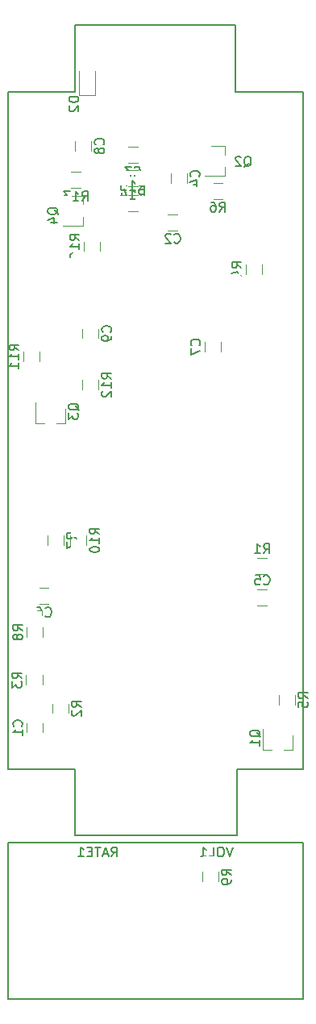
<source format=gbr>
G04 #@! TF.FileFunction,Legend,Bot*
%FSLAX46Y46*%
G04 Gerber Fmt 4.6, Leading zero omitted, Abs format (unit mm)*
G04 Created by KiCad (PCBNEW 4.0.6) date 01/08/18 00:35:12*
%MOMM*%
%LPD*%
G01*
G04 APERTURE LIST*
%ADD10C,0.100000*%
%ADD11C,0.150000*%
%ADD12C,0.120000*%
%ADD13C,2.400000*%
%ADD14C,3.400000*%
%ADD15R,2.400000X2.400000*%
%ADD16R,1.300000X1.200000*%
%ADD17O,5.400000X4.400000*%
%ADD18C,2.899360*%
%ADD19R,0.850000X1.000000*%
%ADD20R,1.200000X1.300000*%
%ADD21O,3.900000X4.400000*%
%ADD22R,3.900000X3.900000*%
%ADD23R,2.100000X2.100000*%
%ADD24O,2.100000X2.100000*%
%ADD25R,1.650000X1.900000*%
%ADD26R,1.900000X1.650000*%
%ADD27C,1.000000*%
G04 APERTURE END LIST*
D10*
D11*
X87376000Y-148336000D02*
X87376000Y-77216000D01*
X111379000Y-155321000D02*
X94361000Y-155321000D01*
X118364000Y-77216000D02*
X118364000Y-148336000D01*
X111252000Y-70231000D02*
X94361000Y-70231000D01*
X87388700Y-156108400D02*
X87388700Y-172491400D01*
X118376700Y-172491400D02*
X118376700Y-156108400D01*
X118376700Y-172491400D02*
X87388700Y-172491400D01*
X87388700Y-156108400D02*
X118376700Y-156108400D01*
X118364000Y-148336000D02*
X118364000Y-148209000D01*
X111379000Y-148336000D02*
X118364000Y-148336000D01*
X111379000Y-155321000D02*
X111379000Y-148336000D01*
X94361000Y-148336000D02*
X94361000Y-155321000D01*
X87376000Y-148336000D02*
X94361000Y-148336000D01*
X94361000Y-77216000D02*
X87376000Y-77216000D01*
X94361000Y-70231000D02*
X94361000Y-77216000D01*
X111252000Y-77216000D02*
X111252000Y-70231000D01*
X118364000Y-77216000D02*
X111252000Y-77216000D01*
D12*
X95248000Y-88145500D02*
X95248000Y-89075500D01*
X95248000Y-91305500D02*
X95248000Y-90375500D01*
X95248000Y-91305500D02*
X93088000Y-91305500D01*
X95248000Y-88145500D02*
X93788000Y-88145500D01*
X96481000Y-77573000D02*
X94781000Y-77573000D01*
X94781000Y-77573000D02*
X94781000Y-75023000D01*
X96481000Y-77573000D02*
X96481000Y-75023000D01*
X117277000Y-146302000D02*
X116347000Y-146302000D01*
X114117000Y-146302000D02*
X115047000Y-146302000D01*
X114117000Y-146302000D02*
X114117000Y-144142000D01*
X117277000Y-146302000D02*
X117277000Y-144842000D01*
X110170500Y-82938500D02*
X110170500Y-83868500D01*
X110170500Y-86098500D02*
X110170500Y-85168500D01*
X110170500Y-86098500D02*
X108010500Y-86098500D01*
X110170500Y-82938500D02*
X108710500Y-82938500D01*
X93401000Y-112012000D02*
X92471000Y-112012000D01*
X90241000Y-112012000D02*
X91171000Y-112012000D01*
X90241000Y-112012000D02*
X90241000Y-109852000D01*
X93401000Y-112012000D02*
X93401000Y-110552000D01*
X89320000Y-144518000D02*
X89320000Y-143518000D01*
X91020000Y-143518000D02*
X91020000Y-144518000D01*
X105148000Y-91782000D02*
X104148000Y-91782000D01*
X104148000Y-90082000D02*
X105148000Y-90082000D01*
X100957000Y-84733500D02*
X99957000Y-84733500D01*
X99957000Y-83033500D02*
X100957000Y-83033500D01*
X106133000Y-85796500D02*
X106133000Y-86796500D01*
X104433000Y-86796500D02*
X104433000Y-85796500D01*
X113546000Y-129452000D02*
X114546000Y-129452000D01*
X114546000Y-131152000D02*
X113546000Y-131152000D01*
X91622500Y-131025000D02*
X90622500Y-131025000D01*
X90622500Y-129325000D02*
X91622500Y-129325000D01*
X107989000Y-104513000D02*
X107989000Y-103513000D01*
X109689000Y-103513000D02*
X109689000Y-104513000D01*
X96100000Y-82431000D02*
X96100000Y-83431000D01*
X94400000Y-83431000D02*
X94400000Y-82431000D01*
X96862000Y-102116000D02*
X96862000Y-103116000D01*
X95162000Y-103116000D02*
X95162000Y-102116000D01*
X113546000Y-126150000D02*
X114546000Y-126150000D01*
X114546000Y-127850000D02*
X113546000Y-127850000D01*
X93687000Y-141486000D02*
X93687000Y-142486000D01*
X91987000Y-142486000D02*
X91987000Y-141486000D01*
X89256500Y-139501500D02*
X89256500Y-138501500D01*
X90956500Y-138501500D02*
X90956500Y-139501500D01*
X112307000Y-96385000D02*
X112307000Y-95385000D01*
X114007000Y-95385000D02*
X114007000Y-96385000D01*
X117499500Y-140597000D02*
X117499500Y-141597000D01*
X115799500Y-141597000D02*
X115799500Y-140597000D01*
X109910500Y-88480000D02*
X108910500Y-88480000D01*
X108910500Y-86780000D02*
X109910500Y-86780000D01*
X93179000Y-123833000D02*
X93179000Y-124833000D01*
X91479000Y-124833000D02*
X91479000Y-123833000D01*
X89320000Y-134485000D02*
X89320000Y-133485000D01*
X91020000Y-133485000D02*
X91020000Y-134485000D01*
X109447700Y-159164400D02*
X109447700Y-160164400D01*
X107747700Y-160164400D02*
X107747700Y-159164400D01*
X95592000Y-123833000D02*
X95592000Y-124833000D01*
X93892000Y-124833000D02*
X93892000Y-123833000D01*
X88939000Y-105529000D02*
X88939000Y-104529000D01*
X90639000Y-104529000D02*
X90639000Y-105529000D01*
X96862000Y-107513500D02*
X96862000Y-108513500D01*
X95162000Y-108513500D02*
X95162000Y-107513500D01*
X94988000Y-87337000D02*
X93988000Y-87337000D01*
X93988000Y-85637000D02*
X94988000Y-85637000D01*
X100957000Y-87146500D02*
X99957000Y-87146500D01*
X99957000Y-85446500D02*
X100957000Y-85446500D01*
X99957000Y-88050000D02*
X100957000Y-88050000D01*
X100957000Y-89750000D02*
X99957000Y-89750000D01*
X95289000Y-93972000D02*
X95289000Y-92972000D01*
X96989000Y-92972000D02*
X96989000Y-93972000D01*
D11*
X98202571Y-157551381D02*
X98535905Y-157075190D01*
X98774000Y-157551381D02*
X98774000Y-156551381D01*
X98393047Y-156551381D01*
X98297809Y-156599000D01*
X98250190Y-156646619D01*
X98202571Y-156741857D01*
X98202571Y-156884714D01*
X98250190Y-156979952D01*
X98297809Y-157027571D01*
X98393047Y-157075190D01*
X98774000Y-157075190D01*
X97821619Y-157265667D02*
X97345428Y-157265667D01*
X97916857Y-157551381D02*
X97583524Y-156551381D01*
X97250190Y-157551381D01*
X97059714Y-156551381D02*
X96488285Y-156551381D01*
X96774000Y-157551381D02*
X96774000Y-156551381D01*
X96154952Y-157027571D02*
X95821618Y-157027571D01*
X95678761Y-157551381D02*
X96154952Y-157551381D01*
X96154952Y-156551381D01*
X95678761Y-156551381D01*
X94726380Y-157551381D02*
X95297809Y-157551381D01*
X95012095Y-157551381D02*
X95012095Y-156551381D01*
X95107333Y-156694238D01*
X95202571Y-156789476D01*
X95297809Y-156837095D01*
X110958095Y-156551381D02*
X110624762Y-157551381D01*
X110291428Y-156551381D01*
X109767619Y-156551381D02*
X109577142Y-156551381D01*
X109481904Y-156599000D01*
X109386666Y-156694238D01*
X109339047Y-156884714D01*
X109339047Y-157218048D01*
X109386666Y-157408524D01*
X109481904Y-157503762D01*
X109577142Y-157551381D01*
X109767619Y-157551381D01*
X109862857Y-157503762D01*
X109958095Y-157408524D01*
X110005714Y-157218048D01*
X110005714Y-156884714D01*
X109958095Y-156694238D01*
X109862857Y-156599000D01*
X109767619Y-156551381D01*
X108434285Y-157551381D02*
X108910476Y-157551381D01*
X108910476Y-156551381D01*
X107577142Y-157551381D02*
X108148571Y-157551381D01*
X107862857Y-157551381D02*
X107862857Y-156551381D01*
X107958095Y-156694238D01*
X108053333Y-156789476D01*
X108148571Y-156837095D01*
X92622619Y-90138262D02*
X92575000Y-90043024D01*
X92479762Y-89947786D01*
X92336905Y-89804929D01*
X92289286Y-89709690D01*
X92289286Y-89614452D01*
X92527381Y-89662071D02*
X92479762Y-89566833D01*
X92384524Y-89471595D01*
X92194048Y-89423976D01*
X91860714Y-89423976D01*
X91670238Y-89471595D01*
X91575000Y-89566833D01*
X91527381Y-89662071D01*
X91527381Y-89852548D01*
X91575000Y-89947786D01*
X91670238Y-90043024D01*
X91860714Y-90090643D01*
X92194048Y-90090643D01*
X92384524Y-90043024D01*
X92479762Y-89947786D01*
X92527381Y-89852548D01*
X92527381Y-89662071D01*
X91860714Y-90947786D02*
X92527381Y-90947786D01*
X91479762Y-90709690D02*
X92194048Y-90471595D01*
X92194048Y-91090643D01*
X94762581Y-77773305D02*
X93762581Y-77773305D01*
X93762581Y-78011400D01*
X93810200Y-78154258D01*
X93905438Y-78249496D01*
X94000676Y-78297115D01*
X94191152Y-78344734D01*
X94334010Y-78344734D01*
X94524486Y-78297115D01*
X94619724Y-78249496D01*
X94714962Y-78154258D01*
X94762581Y-78011400D01*
X94762581Y-77773305D01*
X93857819Y-78725686D02*
X93810200Y-78773305D01*
X93762581Y-78868543D01*
X93762581Y-79106639D01*
X93810200Y-79201877D01*
X93857819Y-79249496D01*
X93953057Y-79297115D01*
X94048295Y-79297115D01*
X94191152Y-79249496D01*
X94762581Y-78678067D01*
X94762581Y-79297115D01*
X113857019Y-144989562D02*
X113809400Y-144894324D01*
X113714162Y-144799086D01*
X113571305Y-144656229D01*
X113523686Y-144560990D01*
X113523686Y-144465752D01*
X113761781Y-144513371D02*
X113714162Y-144418133D01*
X113618924Y-144322895D01*
X113428448Y-144275276D01*
X113095114Y-144275276D01*
X112904638Y-144322895D01*
X112809400Y-144418133D01*
X112761781Y-144513371D01*
X112761781Y-144703848D01*
X112809400Y-144799086D01*
X112904638Y-144894324D01*
X113095114Y-144941943D01*
X113428448Y-144941943D01*
X113618924Y-144894324D01*
X113714162Y-144799086D01*
X113761781Y-144703848D01*
X113761781Y-144513371D01*
X113761781Y-145894324D02*
X113761781Y-145322895D01*
X113761781Y-145608609D02*
X112761781Y-145608609D01*
X112904638Y-145513371D01*
X112999876Y-145418133D01*
X113047495Y-145322895D01*
X112147338Y-85116919D02*
X112242576Y-85069300D01*
X112337814Y-84974062D01*
X112480671Y-84831205D01*
X112575910Y-84783586D01*
X112671148Y-84783586D01*
X112623529Y-85021681D02*
X112718767Y-84974062D01*
X112814005Y-84878824D01*
X112861624Y-84688348D01*
X112861624Y-84355014D01*
X112814005Y-84164538D01*
X112718767Y-84069300D01*
X112623529Y-84021681D01*
X112433052Y-84021681D01*
X112337814Y-84069300D01*
X112242576Y-84164538D01*
X112194957Y-84355014D01*
X112194957Y-84688348D01*
X112242576Y-84878824D01*
X112337814Y-84974062D01*
X112433052Y-85021681D01*
X112623529Y-85021681D01*
X111814005Y-84116919D02*
X111766386Y-84069300D01*
X111671148Y-84021681D01*
X111433052Y-84021681D01*
X111337814Y-84069300D01*
X111290195Y-84116919D01*
X111242576Y-84212157D01*
X111242576Y-84307395D01*
X111290195Y-84450252D01*
X111861624Y-85021681D01*
X111242576Y-85021681D01*
X94807019Y-110699562D02*
X94759400Y-110604324D01*
X94664162Y-110509086D01*
X94521305Y-110366229D01*
X94473686Y-110270990D01*
X94473686Y-110175752D01*
X94711781Y-110223371D02*
X94664162Y-110128133D01*
X94568924Y-110032895D01*
X94378448Y-109985276D01*
X94045114Y-109985276D01*
X93854638Y-110032895D01*
X93759400Y-110128133D01*
X93711781Y-110223371D01*
X93711781Y-110413848D01*
X93759400Y-110509086D01*
X93854638Y-110604324D01*
X94045114Y-110651943D01*
X94378448Y-110651943D01*
X94568924Y-110604324D01*
X94664162Y-110509086D01*
X94711781Y-110413848D01*
X94711781Y-110223371D01*
X93711781Y-110985276D02*
X93711781Y-111604324D01*
X94092733Y-111270990D01*
X94092733Y-111413848D01*
X94140352Y-111509086D01*
X94187971Y-111556705D01*
X94283210Y-111604324D01*
X94521305Y-111604324D01*
X94616543Y-111556705D01*
X94664162Y-111509086D01*
X94711781Y-111413848D01*
X94711781Y-111128133D01*
X94664162Y-111032895D01*
X94616543Y-110985276D01*
X88777143Y-143851334D02*
X88824762Y-143803715D01*
X88872381Y-143660858D01*
X88872381Y-143565620D01*
X88824762Y-143422762D01*
X88729524Y-143327524D01*
X88634286Y-143279905D01*
X88443810Y-143232286D01*
X88300952Y-143232286D01*
X88110476Y-143279905D01*
X88015238Y-143327524D01*
X87920000Y-143422762D01*
X87872381Y-143565620D01*
X87872381Y-143660858D01*
X87920000Y-143803715D01*
X87967619Y-143851334D01*
X88872381Y-144803715D02*
X88872381Y-144232286D01*
X88872381Y-144518000D02*
X87872381Y-144518000D01*
X88015238Y-144422762D01*
X88110476Y-144327524D01*
X88158095Y-144232286D01*
X104814666Y-93039143D02*
X104862285Y-93086762D01*
X105005142Y-93134381D01*
X105100380Y-93134381D01*
X105243238Y-93086762D01*
X105338476Y-92991524D01*
X105386095Y-92896286D01*
X105433714Y-92705810D01*
X105433714Y-92562952D01*
X105386095Y-92372476D01*
X105338476Y-92277238D01*
X105243238Y-92182000D01*
X105100380Y-92134381D01*
X105005142Y-92134381D01*
X104862285Y-92182000D01*
X104814666Y-92229619D01*
X104433714Y-92229619D02*
X104386095Y-92182000D01*
X104290857Y-92134381D01*
X104052761Y-92134381D01*
X103957523Y-92182000D01*
X103909904Y-92229619D01*
X103862285Y-92324857D01*
X103862285Y-92420095D01*
X103909904Y-92562952D01*
X104481333Y-93134381D01*
X103862285Y-93134381D01*
X100623666Y-85990643D02*
X100671285Y-86038262D01*
X100814142Y-86085881D01*
X100909380Y-86085881D01*
X101052238Y-86038262D01*
X101147476Y-85943024D01*
X101195095Y-85847786D01*
X101242714Y-85657310D01*
X101242714Y-85514452D01*
X101195095Y-85323976D01*
X101147476Y-85228738D01*
X101052238Y-85133500D01*
X100909380Y-85085881D01*
X100814142Y-85085881D01*
X100671285Y-85133500D01*
X100623666Y-85181119D01*
X100290333Y-85085881D02*
X99671285Y-85085881D01*
X100004619Y-85466833D01*
X99861761Y-85466833D01*
X99766523Y-85514452D01*
X99718904Y-85562071D01*
X99671285Y-85657310D01*
X99671285Y-85895405D01*
X99718904Y-85990643D01*
X99766523Y-86038262D01*
X99861761Y-86085881D01*
X100147476Y-86085881D01*
X100242714Y-86038262D01*
X100290333Y-85990643D01*
X107390143Y-86129834D02*
X107437762Y-86082215D01*
X107485381Y-85939358D01*
X107485381Y-85844120D01*
X107437762Y-85701262D01*
X107342524Y-85606024D01*
X107247286Y-85558405D01*
X107056810Y-85510786D01*
X106913952Y-85510786D01*
X106723476Y-85558405D01*
X106628238Y-85606024D01*
X106533000Y-85701262D01*
X106485381Y-85844120D01*
X106485381Y-85939358D01*
X106533000Y-86082215D01*
X106580619Y-86129834D01*
X106818714Y-86986977D02*
X107485381Y-86986977D01*
X106437762Y-86748881D02*
X107152048Y-86510786D01*
X107152048Y-87129834D01*
X114212666Y-128909143D02*
X114260285Y-128956762D01*
X114403142Y-129004381D01*
X114498380Y-129004381D01*
X114641238Y-128956762D01*
X114736476Y-128861524D01*
X114784095Y-128766286D01*
X114831714Y-128575810D01*
X114831714Y-128432952D01*
X114784095Y-128242476D01*
X114736476Y-128147238D01*
X114641238Y-128052000D01*
X114498380Y-128004381D01*
X114403142Y-128004381D01*
X114260285Y-128052000D01*
X114212666Y-128099619D01*
X113307904Y-128004381D02*
X113784095Y-128004381D01*
X113831714Y-128480571D01*
X113784095Y-128432952D01*
X113688857Y-128385333D01*
X113450761Y-128385333D01*
X113355523Y-128432952D01*
X113307904Y-128480571D01*
X113260285Y-128575810D01*
X113260285Y-128813905D01*
X113307904Y-128909143D01*
X113355523Y-128956762D01*
X113450761Y-129004381D01*
X113688857Y-129004381D01*
X113784095Y-128956762D01*
X113831714Y-128909143D01*
X91289166Y-132282143D02*
X91336785Y-132329762D01*
X91479642Y-132377381D01*
X91574880Y-132377381D01*
X91717738Y-132329762D01*
X91812976Y-132234524D01*
X91860595Y-132139286D01*
X91908214Y-131948810D01*
X91908214Y-131805952D01*
X91860595Y-131615476D01*
X91812976Y-131520238D01*
X91717738Y-131425000D01*
X91574880Y-131377381D01*
X91479642Y-131377381D01*
X91336785Y-131425000D01*
X91289166Y-131472619D01*
X90432023Y-131377381D02*
X90622500Y-131377381D01*
X90717738Y-131425000D01*
X90765357Y-131472619D01*
X90860595Y-131615476D01*
X90908214Y-131805952D01*
X90908214Y-132186905D01*
X90860595Y-132282143D01*
X90812976Y-132329762D01*
X90717738Y-132377381D01*
X90527261Y-132377381D01*
X90432023Y-132329762D01*
X90384404Y-132282143D01*
X90336785Y-132186905D01*
X90336785Y-131948810D01*
X90384404Y-131853571D01*
X90432023Y-131805952D01*
X90527261Y-131758333D01*
X90717738Y-131758333D01*
X90812976Y-131805952D01*
X90860595Y-131853571D01*
X90908214Y-131948810D01*
X107446143Y-103846334D02*
X107493762Y-103798715D01*
X107541381Y-103655858D01*
X107541381Y-103560620D01*
X107493762Y-103417762D01*
X107398524Y-103322524D01*
X107303286Y-103274905D01*
X107112810Y-103227286D01*
X106969952Y-103227286D01*
X106779476Y-103274905D01*
X106684238Y-103322524D01*
X106589000Y-103417762D01*
X106541381Y-103560620D01*
X106541381Y-103655858D01*
X106589000Y-103798715D01*
X106636619Y-103846334D01*
X106541381Y-104179667D02*
X106541381Y-104846334D01*
X107541381Y-104417762D01*
X97357143Y-82764334D02*
X97404762Y-82716715D01*
X97452381Y-82573858D01*
X97452381Y-82478620D01*
X97404762Y-82335762D01*
X97309524Y-82240524D01*
X97214286Y-82192905D01*
X97023810Y-82145286D01*
X96880952Y-82145286D01*
X96690476Y-82192905D01*
X96595238Y-82240524D01*
X96500000Y-82335762D01*
X96452381Y-82478620D01*
X96452381Y-82573858D01*
X96500000Y-82716715D01*
X96547619Y-82764334D01*
X96880952Y-83335762D02*
X96833333Y-83240524D01*
X96785714Y-83192905D01*
X96690476Y-83145286D01*
X96642857Y-83145286D01*
X96547619Y-83192905D01*
X96500000Y-83240524D01*
X96452381Y-83335762D01*
X96452381Y-83526239D01*
X96500000Y-83621477D01*
X96547619Y-83669096D01*
X96642857Y-83716715D01*
X96690476Y-83716715D01*
X96785714Y-83669096D01*
X96833333Y-83621477D01*
X96880952Y-83526239D01*
X96880952Y-83335762D01*
X96928571Y-83240524D01*
X96976190Y-83192905D01*
X97071429Y-83145286D01*
X97261905Y-83145286D01*
X97357143Y-83192905D01*
X97404762Y-83240524D01*
X97452381Y-83335762D01*
X97452381Y-83526239D01*
X97404762Y-83621477D01*
X97357143Y-83669096D01*
X97261905Y-83716715D01*
X97071429Y-83716715D01*
X96976190Y-83669096D01*
X96928571Y-83621477D01*
X96880952Y-83526239D01*
X98119143Y-102449334D02*
X98166762Y-102401715D01*
X98214381Y-102258858D01*
X98214381Y-102163620D01*
X98166762Y-102020762D01*
X98071524Y-101925524D01*
X97976286Y-101877905D01*
X97785810Y-101830286D01*
X97642952Y-101830286D01*
X97452476Y-101877905D01*
X97357238Y-101925524D01*
X97262000Y-102020762D01*
X97214381Y-102163620D01*
X97214381Y-102258858D01*
X97262000Y-102401715D01*
X97309619Y-102449334D01*
X98214381Y-102925524D02*
X98214381Y-103116000D01*
X98166762Y-103211239D01*
X98119143Y-103258858D01*
X97976286Y-103354096D01*
X97785810Y-103401715D01*
X97404857Y-103401715D01*
X97309619Y-103354096D01*
X97262000Y-103306477D01*
X97214381Y-103211239D01*
X97214381Y-103020762D01*
X97262000Y-102925524D01*
X97309619Y-102877905D01*
X97404857Y-102830286D01*
X97642952Y-102830286D01*
X97738190Y-102877905D01*
X97785810Y-102925524D01*
X97833429Y-103020762D01*
X97833429Y-103211239D01*
X97785810Y-103306477D01*
X97738190Y-103354096D01*
X97642952Y-103401715D01*
X114212666Y-125702381D02*
X114546000Y-125226190D01*
X114784095Y-125702381D02*
X114784095Y-124702381D01*
X114403142Y-124702381D01*
X114307904Y-124750000D01*
X114260285Y-124797619D01*
X114212666Y-124892857D01*
X114212666Y-125035714D01*
X114260285Y-125130952D01*
X114307904Y-125178571D01*
X114403142Y-125226190D01*
X114784095Y-125226190D01*
X113260285Y-125702381D02*
X113831714Y-125702381D01*
X113546000Y-125702381D02*
X113546000Y-124702381D01*
X113641238Y-124845238D01*
X113736476Y-124940476D01*
X113831714Y-124988095D01*
X95039381Y-141819334D02*
X94563190Y-141486000D01*
X95039381Y-141247905D02*
X94039381Y-141247905D01*
X94039381Y-141628858D01*
X94087000Y-141724096D01*
X94134619Y-141771715D01*
X94229857Y-141819334D01*
X94372714Y-141819334D01*
X94467952Y-141771715D01*
X94515571Y-141724096D01*
X94563190Y-141628858D01*
X94563190Y-141247905D01*
X94134619Y-142200286D02*
X94087000Y-142247905D01*
X94039381Y-142343143D01*
X94039381Y-142581239D01*
X94087000Y-142676477D01*
X94134619Y-142724096D01*
X94229857Y-142771715D01*
X94325095Y-142771715D01*
X94467952Y-142724096D01*
X95039381Y-142152667D01*
X95039381Y-142771715D01*
X88808881Y-138834834D02*
X88332690Y-138501500D01*
X88808881Y-138263405D02*
X87808881Y-138263405D01*
X87808881Y-138644358D01*
X87856500Y-138739596D01*
X87904119Y-138787215D01*
X87999357Y-138834834D01*
X88142214Y-138834834D01*
X88237452Y-138787215D01*
X88285071Y-138739596D01*
X88332690Y-138644358D01*
X88332690Y-138263405D01*
X87808881Y-139168167D02*
X87808881Y-139787215D01*
X88189833Y-139453881D01*
X88189833Y-139596739D01*
X88237452Y-139691977D01*
X88285071Y-139739596D01*
X88380310Y-139787215D01*
X88618405Y-139787215D01*
X88713643Y-139739596D01*
X88761262Y-139691977D01*
X88808881Y-139596739D01*
X88808881Y-139311024D01*
X88761262Y-139215786D01*
X88713643Y-139168167D01*
X111859381Y-95718334D02*
X111383190Y-95385000D01*
X111859381Y-95146905D02*
X110859381Y-95146905D01*
X110859381Y-95527858D01*
X110907000Y-95623096D01*
X110954619Y-95670715D01*
X111049857Y-95718334D01*
X111192714Y-95718334D01*
X111287952Y-95670715D01*
X111335571Y-95623096D01*
X111383190Y-95527858D01*
X111383190Y-95146905D01*
X111192714Y-96575477D02*
X111859381Y-96575477D01*
X110811762Y-96337381D02*
X111526048Y-96099286D01*
X111526048Y-96718334D01*
X118851881Y-140930334D02*
X118375690Y-140597000D01*
X118851881Y-140358905D02*
X117851881Y-140358905D01*
X117851881Y-140739858D01*
X117899500Y-140835096D01*
X117947119Y-140882715D01*
X118042357Y-140930334D01*
X118185214Y-140930334D01*
X118280452Y-140882715D01*
X118328071Y-140835096D01*
X118375690Y-140739858D01*
X118375690Y-140358905D01*
X117851881Y-141835096D02*
X117851881Y-141358905D01*
X118328071Y-141311286D01*
X118280452Y-141358905D01*
X118232833Y-141454143D01*
X118232833Y-141692239D01*
X118280452Y-141787477D01*
X118328071Y-141835096D01*
X118423310Y-141882715D01*
X118661405Y-141882715D01*
X118756643Y-141835096D01*
X118804262Y-141787477D01*
X118851881Y-141692239D01*
X118851881Y-141454143D01*
X118804262Y-141358905D01*
X118756643Y-141311286D01*
X109577166Y-89832381D02*
X109910500Y-89356190D01*
X110148595Y-89832381D02*
X110148595Y-88832381D01*
X109767642Y-88832381D01*
X109672404Y-88880000D01*
X109624785Y-88927619D01*
X109577166Y-89022857D01*
X109577166Y-89165714D01*
X109624785Y-89260952D01*
X109672404Y-89308571D01*
X109767642Y-89356190D01*
X110148595Y-89356190D01*
X108720023Y-88832381D02*
X108910500Y-88832381D01*
X109005738Y-88880000D01*
X109053357Y-88927619D01*
X109148595Y-89070476D01*
X109196214Y-89260952D01*
X109196214Y-89641905D01*
X109148595Y-89737143D01*
X109100976Y-89784762D01*
X109005738Y-89832381D01*
X108815261Y-89832381D01*
X108720023Y-89784762D01*
X108672404Y-89737143D01*
X108624785Y-89641905D01*
X108624785Y-89403810D01*
X108672404Y-89308571D01*
X108720023Y-89260952D01*
X108815261Y-89213333D01*
X109005738Y-89213333D01*
X109100976Y-89260952D01*
X109148595Y-89308571D01*
X109196214Y-89403810D01*
X94531381Y-124166334D02*
X94055190Y-123833000D01*
X94531381Y-123594905D02*
X93531381Y-123594905D01*
X93531381Y-123975858D01*
X93579000Y-124071096D01*
X93626619Y-124118715D01*
X93721857Y-124166334D01*
X93864714Y-124166334D01*
X93959952Y-124118715D01*
X94007571Y-124071096D01*
X94055190Y-123975858D01*
X94055190Y-123594905D01*
X93531381Y-124499667D02*
X93531381Y-125166334D01*
X94531381Y-124737762D01*
X88872381Y-133818334D02*
X88396190Y-133485000D01*
X88872381Y-133246905D02*
X87872381Y-133246905D01*
X87872381Y-133627858D01*
X87920000Y-133723096D01*
X87967619Y-133770715D01*
X88062857Y-133818334D01*
X88205714Y-133818334D01*
X88300952Y-133770715D01*
X88348571Y-133723096D01*
X88396190Y-133627858D01*
X88396190Y-133246905D01*
X88300952Y-134389762D02*
X88253333Y-134294524D01*
X88205714Y-134246905D01*
X88110476Y-134199286D01*
X88062857Y-134199286D01*
X87967619Y-134246905D01*
X87920000Y-134294524D01*
X87872381Y-134389762D01*
X87872381Y-134580239D01*
X87920000Y-134675477D01*
X87967619Y-134723096D01*
X88062857Y-134770715D01*
X88110476Y-134770715D01*
X88205714Y-134723096D01*
X88253333Y-134675477D01*
X88300952Y-134580239D01*
X88300952Y-134389762D01*
X88348571Y-134294524D01*
X88396190Y-134246905D01*
X88491429Y-134199286D01*
X88681905Y-134199286D01*
X88777143Y-134246905D01*
X88824762Y-134294524D01*
X88872381Y-134389762D01*
X88872381Y-134580239D01*
X88824762Y-134675477D01*
X88777143Y-134723096D01*
X88681905Y-134770715D01*
X88491429Y-134770715D01*
X88396190Y-134723096D01*
X88348571Y-134675477D01*
X88300952Y-134580239D01*
X110800081Y-159497734D02*
X110323890Y-159164400D01*
X110800081Y-158926305D02*
X109800081Y-158926305D01*
X109800081Y-159307258D01*
X109847700Y-159402496D01*
X109895319Y-159450115D01*
X109990557Y-159497734D01*
X110133414Y-159497734D01*
X110228652Y-159450115D01*
X110276271Y-159402496D01*
X110323890Y-159307258D01*
X110323890Y-158926305D01*
X110800081Y-159973924D02*
X110800081Y-160164400D01*
X110752462Y-160259639D01*
X110704843Y-160307258D01*
X110561986Y-160402496D01*
X110371510Y-160450115D01*
X109990557Y-160450115D01*
X109895319Y-160402496D01*
X109847700Y-160354877D01*
X109800081Y-160259639D01*
X109800081Y-160069162D01*
X109847700Y-159973924D01*
X109895319Y-159926305D01*
X109990557Y-159878686D01*
X110228652Y-159878686D01*
X110323890Y-159926305D01*
X110371510Y-159973924D01*
X110419129Y-160069162D01*
X110419129Y-160259639D01*
X110371510Y-160354877D01*
X110323890Y-160402496D01*
X110228652Y-160450115D01*
X96944381Y-123690143D02*
X96468190Y-123356809D01*
X96944381Y-123118714D02*
X95944381Y-123118714D01*
X95944381Y-123499667D01*
X95992000Y-123594905D01*
X96039619Y-123642524D01*
X96134857Y-123690143D01*
X96277714Y-123690143D01*
X96372952Y-123642524D01*
X96420571Y-123594905D01*
X96468190Y-123499667D01*
X96468190Y-123118714D01*
X96944381Y-124642524D02*
X96944381Y-124071095D01*
X96944381Y-124356809D02*
X95944381Y-124356809D01*
X96087238Y-124261571D01*
X96182476Y-124166333D01*
X96230095Y-124071095D01*
X95944381Y-125261571D02*
X95944381Y-125356810D01*
X95992000Y-125452048D01*
X96039619Y-125499667D01*
X96134857Y-125547286D01*
X96325333Y-125594905D01*
X96563429Y-125594905D01*
X96753905Y-125547286D01*
X96849143Y-125499667D01*
X96896762Y-125452048D01*
X96944381Y-125356810D01*
X96944381Y-125261571D01*
X96896762Y-125166333D01*
X96849143Y-125118714D01*
X96753905Y-125071095D01*
X96563429Y-125023476D01*
X96325333Y-125023476D01*
X96134857Y-125071095D01*
X96039619Y-125118714D01*
X95992000Y-125166333D01*
X95944381Y-125261571D01*
X88491381Y-104386143D02*
X88015190Y-104052809D01*
X88491381Y-103814714D02*
X87491381Y-103814714D01*
X87491381Y-104195667D01*
X87539000Y-104290905D01*
X87586619Y-104338524D01*
X87681857Y-104386143D01*
X87824714Y-104386143D01*
X87919952Y-104338524D01*
X87967571Y-104290905D01*
X88015190Y-104195667D01*
X88015190Y-103814714D01*
X88491381Y-105338524D02*
X88491381Y-104767095D01*
X88491381Y-105052809D02*
X87491381Y-105052809D01*
X87634238Y-104957571D01*
X87729476Y-104862333D01*
X87777095Y-104767095D01*
X88491381Y-106290905D02*
X88491381Y-105719476D01*
X88491381Y-106005190D02*
X87491381Y-106005190D01*
X87634238Y-105909952D01*
X87729476Y-105814714D01*
X87777095Y-105719476D01*
X98214381Y-107370643D02*
X97738190Y-107037309D01*
X98214381Y-106799214D02*
X97214381Y-106799214D01*
X97214381Y-107180167D01*
X97262000Y-107275405D01*
X97309619Y-107323024D01*
X97404857Y-107370643D01*
X97547714Y-107370643D01*
X97642952Y-107323024D01*
X97690571Y-107275405D01*
X97738190Y-107180167D01*
X97738190Y-106799214D01*
X98214381Y-108323024D02*
X98214381Y-107751595D01*
X98214381Y-108037309D02*
X97214381Y-108037309D01*
X97357238Y-107942071D01*
X97452476Y-107846833D01*
X97500095Y-107751595D01*
X97309619Y-108703976D02*
X97262000Y-108751595D01*
X97214381Y-108846833D01*
X97214381Y-109084929D01*
X97262000Y-109180167D01*
X97309619Y-109227786D01*
X97404857Y-109275405D01*
X97500095Y-109275405D01*
X97642952Y-109227786D01*
X98214381Y-108656357D01*
X98214381Y-109275405D01*
X95130857Y-88689381D02*
X95464191Y-88213190D01*
X95702286Y-88689381D02*
X95702286Y-87689381D01*
X95321333Y-87689381D01*
X95226095Y-87737000D01*
X95178476Y-87784619D01*
X95130857Y-87879857D01*
X95130857Y-88022714D01*
X95178476Y-88117952D01*
X95226095Y-88165571D01*
X95321333Y-88213190D01*
X95702286Y-88213190D01*
X94178476Y-88689381D02*
X94749905Y-88689381D01*
X94464191Y-88689381D02*
X94464191Y-87689381D01*
X94559429Y-87832238D01*
X94654667Y-87927476D01*
X94749905Y-87975095D01*
X93845143Y-87689381D02*
X93226095Y-87689381D01*
X93559429Y-88070333D01*
X93416571Y-88070333D01*
X93321333Y-88117952D01*
X93273714Y-88165571D01*
X93226095Y-88260810D01*
X93226095Y-88498905D01*
X93273714Y-88594143D01*
X93321333Y-88641762D01*
X93416571Y-88689381D01*
X93702286Y-88689381D01*
X93797524Y-88641762D01*
X93845143Y-88594143D01*
X101099857Y-88498881D02*
X101433191Y-88022690D01*
X101671286Y-88498881D02*
X101671286Y-87498881D01*
X101290333Y-87498881D01*
X101195095Y-87546500D01*
X101147476Y-87594119D01*
X101099857Y-87689357D01*
X101099857Y-87832214D01*
X101147476Y-87927452D01*
X101195095Y-87975071D01*
X101290333Y-88022690D01*
X101671286Y-88022690D01*
X100147476Y-88498881D02*
X100718905Y-88498881D01*
X100433191Y-88498881D02*
X100433191Y-87498881D01*
X100528429Y-87641738D01*
X100623667Y-87736976D01*
X100718905Y-87784595D01*
X99290333Y-87832214D02*
X99290333Y-88498881D01*
X99528429Y-87451262D02*
X99766524Y-88165548D01*
X99147476Y-88165548D01*
X101099857Y-87602381D02*
X101433191Y-87126190D01*
X101671286Y-87602381D02*
X101671286Y-86602381D01*
X101290333Y-86602381D01*
X101195095Y-86650000D01*
X101147476Y-86697619D01*
X101099857Y-86792857D01*
X101099857Y-86935714D01*
X101147476Y-87030952D01*
X101195095Y-87078571D01*
X101290333Y-87126190D01*
X101671286Y-87126190D01*
X100147476Y-87602381D02*
X100718905Y-87602381D01*
X100433191Y-87602381D02*
X100433191Y-86602381D01*
X100528429Y-86745238D01*
X100623667Y-86840476D01*
X100718905Y-86888095D01*
X99242714Y-86602381D02*
X99718905Y-86602381D01*
X99766524Y-87078571D01*
X99718905Y-87030952D01*
X99623667Y-86983333D01*
X99385571Y-86983333D01*
X99290333Y-87030952D01*
X99242714Y-87078571D01*
X99195095Y-87173810D01*
X99195095Y-87411905D01*
X99242714Y-87507143D01*
X99290333Y-87554762D01*
X99385571Y-87602381D01*
X99623667Y-87602381D01*
X99718905Y-87554762D01*
X99766524Y-87507143D01*
X94841381Y-92829143D02*
X94365190Y-92495809D01*
X94841381Y-92257714D02*
X93841381Y-92257714D01*
X93841381Y-92638667D01*
X93889000Y-92733905D01*
X93936619Y-92781524D01*
X94031857Y-92829143D01*
X94174714Y-92829143D01*
X94269952Y-92781524D01*
X94317571Y-92733905D01*
X94365190Y-92638667D01*
X94365190Y-92257714D01*
X94841381Y-93781524D02*
X94841381Y-93210095D01*
X94841381Y-93495809D02*
X93841381Y-93495809D01*
X93984238Y-93400571D01*
X94079476Y-93305333D01*
X94127095Y-93210095D01*
X93841381Y-94638667D02*
X93841381Y-94448190D01*
X93889000Y-94352952D01*
X93936619Y-94305333D01*
X94079476Y-94210095D01*
X94269952Y-94162476D01*
X94650905Y-94162476D01*
X94746143Y-94210095D01*
X94793762Y-94257714D01*
X94841381Y-94352952D01*
X94841381Y-94543429D01*
X94793762Y-94638667D01*
X94746143Y-94686286D01*
X94650905Y-94733905D01*
X94412810Y-94733905D01*
X94317571Y-94686286D01*
X94269952Y-94638667D01*
X94222333Y-94543429D01*
X94222333Y-94352952D01*
X94269952Y-94257714D01*
X94317571Y-94210095D01*
X94412810Y-94162476D01*
%LPC*%
D13*
X94326700Y-169316400D03*
X96826700Y-169316400D03*
X99326700Y-169316400D03*
D14*
X92426700Y-162316400D03*
X101226700Y-162316400D03*
D15*
X102882700Y-169062400D03*
D13*
X102882700Y-166522400D03*
X106391700Y-169316400D03*
X108891700Y-169316400D03*
X111391700Y-169316400D03*
D14*
X104491700Y-162316400D03*
X113291700Y-162316400D03*
D16*
X93488000Y-90675500D03*
X93488000Y-88775500D03*
X95488000Y-89725500D03*
D17*
X100434000Y-134492000D03*
X100434000Y-118492000D03*
X113434000Y-118492000D03*
X113411000Y-134492000D03*
X105306000Y-99696000D03*
X105306000Y-115696000D03*
X92306000Y-115696000D03*
X92329000Y-99696000D03*
D18*
X110871000Y-79502000D03*
D19*
X95631000Y-77123000D03*
X95631000Y-75023000D03*
D20*
X114747000Y-144542000D03*
X116647000Y-144542000D03*
X115697000Y-146542000D03*
D16*
X108410500Y-85468500D03*
X108410500Y-83568500D03*
X110410500Y-84518500D03*
D20*
X90871000Y-110252000D03*
X92771000Y-110252000D03*
X91821000Y-112252000D03*
D21*
X98270000Y-150661000D03*
X98270000Y-145161000D03*
X98270000Y-139661000D03*
X102870000Y-150661000D03*
X102870000Y-145161000D03*
X102870000Y-139661000D03*
X107470000Y-150661000D03*
X107470000Y-145161000D03*
X107470000Y-139661000D03*
D22*
X103886000Y-78740000D03*
X103886000Y-72740000D03*
X99186000Y-75740000D03*
D15*
X89166700Y-168681400D03*
D13*
X89166700Y-166141400D03*
X89166700Y-163601400D03*
X89166700Y-161061400D03*
D15*
X116598700Y-168681400D03*
D13*
X116598700Y-166141400D03*
X116598700Y-163601400D03*
X116598700Y-161061400D03*
D23*
X89154000Y-93345000D03*
D24*
X89154000Y-90805000D03*
X89154000Y-88265000D03*
X89154000Y-85725000D03*
D23*
X116586000Y-93345000D03*
D24*
X116586000Y-90805000D03*
X116586000Y-88265000D03*
X116586000Y-85725000D03*
D25*
X90170000Y-142768000D03*
X90170000Y-145268000D03*
D26*
X103398000Y-90932000D03*
X105898000Y-90932000D03*
X99207000Y-83883500D03*
X101707000Y-83883500D03*
D25*
X105283000Y-87546500D03*
X105283000Y-85046500D03*
D26*
X115296000Y-130302000D03*
X112796000Y-130302000D03*
X89872500Y-130175000D03*
X92372500Y-130175000D03*
D25*
X108839000Y-102763000D03*
X108839000Y-105263000D03*
X95250000Y-84181000D03*
X95250000Y-81681000D03*
X96012000Y-103866000D03*
X96012000Y-101366000D03*
D26*
X115296000Y-127000000D03*
X112796000Y-127000000D03*
D25*
X92837000Y-143236000D03*
X92837000Y-140736000D03*
X90106500Y-137751500D03*
X90106500Y-140251500D03*
X113157000Y-94635000D03*
X113157000Y-97135000D03*
X116649500Y-142347000D03*
X116649500Y-139847000D03*
D26*
X108160500Y-87630000D03*
X110660500Y-87630000D03*
D25*
X92329000Y-125583000D03*
X92329000Y-123083000D03*
X90170000Y-132735000D03*
X90170000Y-135235000D03*
X108597700Y-160914400D03*
X108597700Y-158414400D03*
X94742000Y-125583000D03*
X94742000Y-123083000D03*
X89789000Y-103779000D03*
X89789000Y-106279000D03*
X96012000Y-109263500D03*
X96012000Y-106763500D03*
D26*
X93238000Y-86487000D03*
X95738000Y-86487000D03*
X99207000Y-86296500D03*
X101707000Y-86296500D03*
X101707000Y-88900000D03*
X99207000Y-88900000D03*
D25*
X96139000Y-92222000D03*
X96139000Y-94722000D03*
D27*
X111404400Y-96824800D03*
X106908600Y-92329000D03*
X113157000Y-142367000D03*
X109855000Y-142367000D03*
X97536000Y-79121000D03*
X97536000Y-95758000D03*
X111252000Y-130302000D03*
X93789500Y-130302000D03*
X99822000Y-112268000D03*
X94869000Y-112268000D03*
X114554000Y-112268000D03*
X107188000Y-112268000D03*
X113093500Y-93345000D03*
X113093500Y-83439000D03*
X97536000Y-123952000D03*
X97536000Y-126746000D03*
X96012000Y-114046000D03*
X100584000Y-113919000D03*
X100330000Y-126746000D03*
X100330000Y-121539000D03*
X103886000Y-122555000D03*
X103886000Y-126619000D03*
X109855000Y-109601000D03*
X102108000Y-101854000D03*
X106095800Y-81940400D03*
X108305600Y-81940400D03*
X93446600Y-81940400D03*
X91516200Y-81940400D03*
X91871800Y-93370400D03*
X94538800Y-94411800D03*
M02*

</source>
